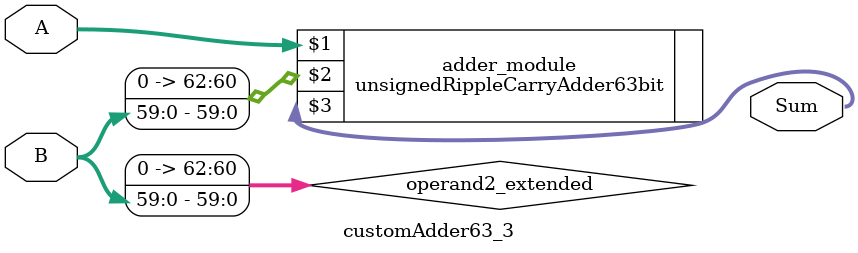
<source format=v>
module customAdder63_3(
                        input [62 : 0] A,
                        input [59 : 0] B,
                        
                        output [63 : 0] Sum
                );

        wire [62 : 0] operand2_extended;
        
        assign operand2_extended =  {3'b0, B};
        
        unsignedRippleCarryAdder63bit adder_module(
            A,
            operand2_extended,
            Sum
        );
        
        endmodule
        
</source>
